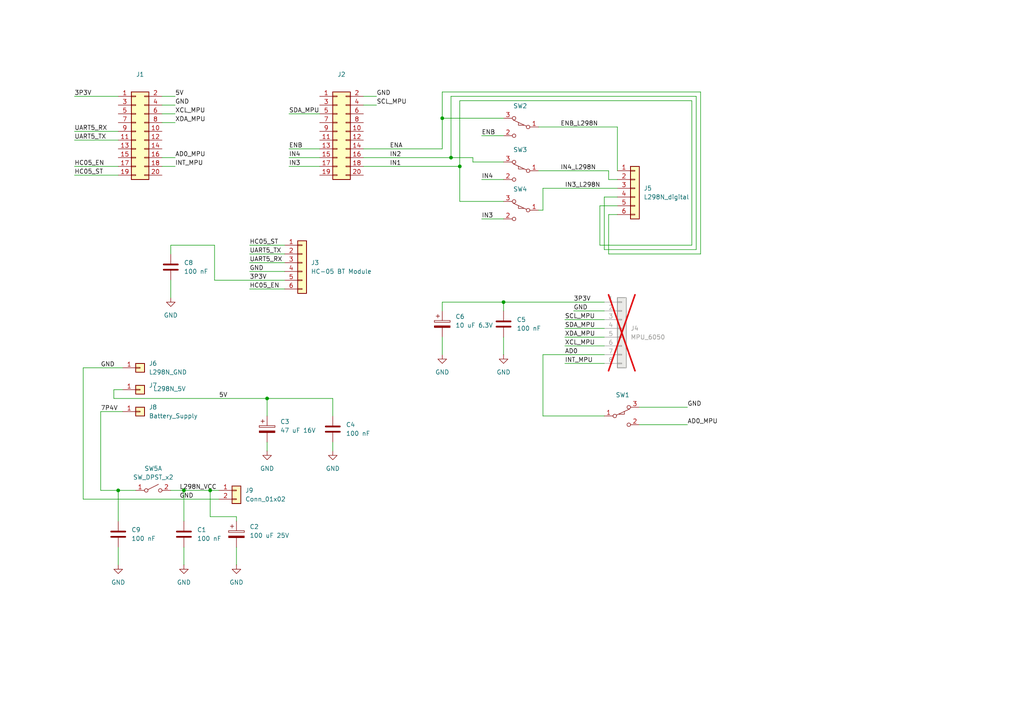
<source format=kicad_sch>
(kicad_sch (version 20250114) (generator "eeschema") (generator_version "9.0")
  (paper "A4")
  (lib_symbols
    (symbol "Conn_02x10_Odd_Even_1" (pin_names (offset 1.016) (hide yes))
      (property "Reference" "J1" (at 1.27 16.51 0))
      (symbol "Conn_02x10_Odd_Even_1_1_1"
        (rectangle (start -1.27 11.43) (end 3.81 -13.97) (stroke (width 0.254)) (fill (type background)))
        (rectangle (start -1.27 10.287) (end 0 10.033) (stroke (width 0.1524)))
        (rectangle (start -1.27 7.747) (end 0 7.493) (stroke (width 0.1524)))
        (rectangle (start -1.27 5.207) (end 0 4.953) (stroke (width 0.1524)))
        (rectangle (start -1.27 2.667) (end 0 2.413) (stroke (width 0.1524)))
        (rectangle (start -1.27 0.127) (end 0 -0.127) (stroke (width 0.1524)))
        (rectangle (start -1.27 -2.413) (end 0 -2.667) (stroke (width 0.1524)))
        (rectangle (start -1.27 -4.953) (end 0 -5.207) (stroke (width 0.1524)))
        (rectangle (start -1.27 -7.493) (end 0 -7.747) (stroke (width 0.1524)))
        (rectangle (start -1.27 -10.033) (end 0 -10.287) (stroke (width 0.1524)))
        (rectangle (start -1.27 -12.573) (end 0 -12.827) (stroke (width 0.1524)))
        (rectangle (start 3.81 10.287) (end 2.54 10.033) (stroke (width 0.1524)))
        (rectangle (start 3.81 7.747) (end 2.54 7.493) (stroke (width 0.1524)))
        (rectangle (start 3.81 5.207) (end 2.54 4.953) (stroke (width 0.1524)))
        (rectangle (start 3.81 2.667) (end 2.54 2.413) (stroke (width 0.1524)))
        (rectangle (start 3.81 0.127) (end 2.54 -0.127) (stroke (width 0.1524)))
        (rectangle (start 3.81 -2.413) (end 2.54 -2.667) (stroke (width 0.1524)))
        (rectangle (start 3.81 -4.953) (end 2.54 -5.207) (stroke (width 0.1524)))
        (rectangle (start 3.81 -7.493) (end 2.54 -7.747) (stroke (width 0.1524)))
        (rectangle (start 3.81 -10.033) (end 2.54 -10.287) (stroke (width 0.1524)))
        (rectangle (start 3.81 -12.573) (end 2.54 -12.827) (stroke (width 0.1524)))
        (pin power_out line (at -5.08 10.16 0) (length 3.81) (name "3.3V") (number "1"))
        (pin passive line (at -5.08 7.62 0) (length 3.81) (name "Pin_3") (number "3"))
        (pin passive line (at -5.08 5.08 0) (length 3.81) (name "Pin_5") (number "5"))
        (pin passive line (at -5.08 2.54 0) (length 3.81) (name "Pin_7") (number "7"))
        (pin passive line (at -5.08 0 0) (length 3.81) (name "PE4") (number "9"))
        (pin passive line (at -5.08 -2.54 0) (length 3.81) (name "PE5") (number "11"))
        (pin passive line (at -5.08 -5.08 0) (length 3.81) (name "Pin_13") (number "13"))
        (pin passive line (at -5.08 -7.62 0) (length 3.81) (name "Pin_15") (number "15"))
        (pin passive line (at -5.08 -10.16 0) (length 3.81) (name "PA6") (number "17"))
        (pin passive line (at -5.08 -12.7 0) (length 3.81) (name "PA7") (number "19"))
        (pin power_in line (at 7.62 10.16 180) (length 3.81) (name "VBUS") (number "2"))
        (pin passive line (at 7.62 7.62 180) (length 3.81) (name "GND") (number "4"))
        (pin passive line (at 7.62 5.08 180) (length 3.81) (name "Pin_6") (number "6"))
        (pin passive line (at 7.62 2.54 180) (length 3.81) (name "Pin_8") (number "8"))
        (pin passive line (at 7.62 0 180) (length 3.81) (name "Pin_10") (number "10"))
        (pin passive line (at 7.62 -2.54 180) (length 3.81) (name "Pin_12") (number "12"))
        (pin passive line (at 7.62 -5.08 180) (length 3.81) (name "Pin_14") (number "14"))
        (pin passive line (at 7.62 -7.62 180) (length 3.81) (name "Pin_16") (number "16"))
        (pin passive line (at 7.62 -10.16 180) (length 3.81) (name "Pin_18") (number "18"))
        (pin passive line (at 7.62 -12.7 180) (length 3.81) (name "Pin_20") (number "20"))
      )
    )
    (symbol "Connector_Generic:Conn_01x01" (pin_names (offset 1.016) (hide yes))
      (property "Reference" "J" (at 0 2.54 0))
      (property "Value" "Conn_01x01" (at 0 -2.54 0))
      (symbol "Conn_01x01_1_1"
        (rectangle (start -1.27 1.27) (end 1.27 -1.27) (stroke (width 0.254)) (fill (type background)))
        (rectangle (start -1.27 0.127) (end 0 -0.127) (stroke (width 0.1524)))
        (pin passive line (at -5.08 0 0) (length 3.81) (name "Pin_1") (number "1"))
      )
    )
    (symbol "Connector_Generic:Conn_01x02" (pin_names (offset 1.016) (hide yes))
      (property "Reference" "J" (at 0 2.54 0))
      (property "Value" "Conn_01x02" (at 0 -5.08 0))
      (symbol "Conn_01x02_1_1"
        (rectangle (start -1.27 1.27) (end 1.27 -3.81) (stroke (width 0.254)) (fill (type background)))
        (rectangle (start -1.27 0.127) (end 0 -0.127) (stroke (width 0.1524)))
        (rectangle (start -1.27 -2.413) (end 0 -2.667) (stroke (width 0.1524)))
        (pin passive line (at -5.08 0 0) (length 3.81) (name "Pin_1") (number "1"))
        (pin passive line (at -5.08 -2.54 0) (length 3.81) (name "Pin_2") (number "2"))
      )
    )
    (symbol "Connector_Generic:Conn_01x06" (pin_names (offset 1.016) (hide yes))
      (property "Reference" "J3" (at 2.54 0.0001 0))
      (property "Value" "HC-05 BT Module" (at 2.54 -2.5399 0))
      (symbol "Conn_01x06_1_1"
        (rectangle (start -1.27 6.35) (end 1.27 -8.89) (stroke (width 0.254)) (fill (type background)))
        (rectangle (start -1.27 5.207) (end 0 4.953) (stroke (width 0.1524)))
        (rectangle (start -1.27 2.667) (end 0 2.413) (stroke (width 0.1524)))
        (rectangle (start -1.27 0.127) (end 0 -0.127) (stroke (width 0.1524)))
        (rectangle (start -1.27 -2.413) (end 0 -2.667) (stroke (width 0.1524)))
        (rectangle (start -1.27 -4.953) (end 0 -5.207) (stroke (width 0.1524)))
        (rectangle (start -1.27 -7.493) (end 0 -7.747) (stroke (width 0.1524)))
        (pin passive line (at -5.08 5.08 0) (length 3.81) (name "STATE") (number "1"))
        (pin passive line (at -5.08 2.54 0) (length 3.81) (name "RXD") (number "2"))
        (pin passive line (at -5.08 0 0) (length 3.81) (name "TXD") (number "3"))
        (pin passive line (at -5.08 -2.54 0) (length 3.81) (name "GND") (number "4"))
        (pin passive line (at -5.08 -5.08 0) (length 3.81) (name "VCC") (number "5"))
        (pin passive line (at -5.08 -7.62 0) (length 3.81) (name "EN") (number "6"))
      )
    )
    (symbol "Connector_Generic:Conn_01x08" (pin_names (offset 1.016) (hide yes))
      (property "Reference" "J" (at 0 10.16 0))
      (property "Value" "Conn_01x08" (at 0 -12.7 0))
      (symbol "Conn_01x08_1_1"
        (rectangle (start -1.27 8.89) (end 1.27 -11.43) (stroke (width 0.254)) (fill (type background)))
        (rectangle (start -1.27 7.747) (end 0 7.493) (stroke (width 0.1524)))
        (rectangle (start -1.27 5.207) (end 0 4.953) (stroke (width 0.1524)))
        (rectangle (start -1.27 2.667) (end 0 2.413) (stroke (width 0.1524)))
        (rectangle (start -1.27 0.127) (end 0 -0.127) (stroke (width 0.1524)))
        (rectangle (start -1.27 -2.413) (end 0 -2.667) (stroke (width 0.1524)))
        (rectangle (start -1.27 -4.953) (end 0 -5.207) (stroke (width 0.1524)))
        (rectangle (start -1.27 -7.493) (end 0 -7.747) (stroke (width 0.1524)))
        (rectangle (start -1.27 -10.033) (end 0 -10.287) (stroke (width 0.1524)))
        (pin passive line (at -5.08 7.62 0) (length 3.81) (name "Pin_1") (number "1"))
        (pin passive line (at -5.08 5.08 0) (length 3.81) (name "Pin_2") (number "2"))
        (pin passive line (at -5.08 2.54 0) (length 3.81) (name "Pin_3") (number "3"))
        (pin passive line (at -5.08 0 0) (length 3.81) (name "Pin_4") (number "4"))
        (pin passive line (at -5.08 -2.54 0) (length 3.81) (name "Pin_5") (number "5"))
        (pin passive line (at -5.08 -5.08 0) (length 3.81) (name "Pin_6") (number "6"))
        (pin passive line (at -5.08 -7.62 0) (length 3.81) (name "Pin_7") (number "7"))
        (pin passive line (at -5.08 -10.16 0) (length 3.81) (name "Pin_8") (number "8"))
      )
    )
    (symbol "Connector_Generic:Conn_02x10_Odd_Even" (pin_names (offset 1.016) (hide yes))
      (property "Reference" "J" (at 1.27 12.7 0))
      (property "Value" "Conn_02x10_Odd_Even" (at 1.27 -15.24 0))
      (symbol "Conn_02x10_Odd_Even_1_1"
        (rectangle (start -1.27 11.43) (end 3.81 -13.97) (stroke (width 0.254)) (fill (type background)))
        (rectangle (start -1.27 10.287) (end 0 10.033) (stroke (width 0.1524)))
        (rectangle (start -1.27 7.747) (end 0 7.493) (stroke (width 0.1524)))
        (rectangle (start -1.27 5.207) (end 0 4.953) (stroke (width 0.1524)))
        (rectangle (start -1.27 2.667) (end 0 2.413) (stroke (width 0.1524)))
        (rectangle (start -1.27 0.127) (end 0 -0.127) (stroke (width 0.1524)))
        (rectangle (start -1.27 -2.413) (end 0 -2.667) (stroke (width 0.1524)))
        (rectangle (start -1.27 -4.953) (end 0 -5.207) (stroke (width 0.1524)))
        (rectangle (start -1.27 -7.493) (end 0 -7.747) (stroke (width 0.1524)))
        (rectangle (start -1.27 -10.033) (end 0 -10.287) (stroke (width 0.1524)))
        (rectangle (start -1.27 -12.573) (end 0 -12.827) (stroke (width 0.1524)))
        (rectangle (start 3.81 10.287) (end 2.54 10.033) (stroke (width 0.1524)))
        (rectangle (start 3.81 7.747) (end 2.54 7.493) (stroke (width 0.1524)))
        (rectangle (start 3.81 5.207) (end 2.54 4.953) (stroke (width 0.1524)))
        (rectangle (start 3.81 2.667) (end 2.54 2.413) (stroke (width 0.1524)))
        (rectangle (start 3.81 0.127) (end 2.54 -0.127) (stroke (width 0.1524)))
        (rectangle (start 3.81 -2.413) (end 2.54 -2.667) (stroke (width 0.1524)))
        (rectangle (start 3.81 -4.953) (end 2.54 -5.207) (stroke (width 0.1524)))
        (rectangle (start 3.81 -7.493) (end 2.54 -7.747) (stroke (width 0.1524)))
        (rectangle (start 3.81 -10.033) (end 2.54 -10.287) (stroke (width 0.1524)))
        (rectangle (start 3.81 -12.573) (end 2.54 -12.827) (stroke (width 0.1524)))
        (pin passive line (at -5.08 10.16 0) (length 3.81) (name "Pin_1") (number "1"))
        (pin passive line (at -5.08 7.62 0) (length 3.81) (name "Pin_3") (number "3"))
        (pin passive line (at -5.08 5.08 0) (length 3.81) (name "Pin_5") (number "5"))
        (pin passive line (at -5.08 2.54 0) (length 3.81) (name "Pin_7") (number "7"))
        (pin passive line (at -5.08 0 0) (length 3.81) (name "Pin_9") (number "9"))
        (pin passive line (at -5.08 -2.54 0) (length 3.81) (name "Pin_11") (number "11"))
        (pin passive line (at -5.08 -5.08 0) (length 3.81) (name "Pin_13") (number "13"))
        (pin passive line (at -5.08 -7.62 0) (length 3.81) (name "Pin_15") (number "15"))
        (pin passive line (at -5.08 -10.16 0) (length 3.81) (name "Pin_17") (number "17"))
        (pin passive line (at -5.08 -12.7 0) (length 3.81) (name "Pin_19") (number "19"))
        (pin passive line (at 7.62 10.16 180) (length 3.81) (name "Pin_2") (number "2"))
        (pin passive line (at 7.62 7.62 180) (length 3.81) (name "Pin_4") (number "4"))
        (pin passive line (at 7.62 5.08 180) (length 3.81) (name "Pin_6") (number "6"))
        (pin passive line (at 7.62 2.54 180) (length 3.81) (name "Pin_8") (number "8"))
        (pin passive line (at 7.62 0 180) (length 3.81) (name "Pin_10") (number "10"))
        (pin passive line (at 7.62 -2.54 180) (length 3.81) (name "Pin_12") (number "12"))
        (pin passive line (at 7.62 -5.08 180) (length 3.81) (name "Pin_14") (number "14"))
        (pin passive line (at 7.62 -7.62 180) (length 3.81) (name "Pin_16") (number "16"))
        (pin passive line (at 7.62 -10.16 180) (length 3.81) (name "Pin_18") (number "18"))
        (pin passive line (at 7.62 -12.7 180) (length 3.81) (name "Pin_20") (number "20"))
      )
    )
    (symbol "Device:C" (pin_numbers (hide yes)) (pin_names (offset 0.254))
      (property "Reference" "C" (at 0.635 2.54 0))
      (property "Value" "C" (at 0.635 -2.54 0))
      (symbol "C_0_1"
        (polyline (pts (xy -2.032 0.762) (xy 2.032 0.762)) (stroke (width 0.508)))
        (polyline (pts (xy -2.032 -0.762) (xy 2.032 -0.762)) (stroke (width 0.508)))
      )
      (symbol "C_1_1"
        (pin passive line (at 0 3.81 270) (length 2.794) (name "~") (number "1"))
        (pin passive line (at 0 -3.81 90) (length 2.794) (name "~") (number "2"))
      )
    )
    (symbol "Device:C_Polarized" (pin_numbers (hide yes)) (pin_names (offset 0.254))
      (property "Reference" "C" (at 0.635 2.54 0))
      (property "Value" "C_Polarized" (at 0.635 -2.54 0))
      (symbol "C_Polarized_0_1"
        (rectangle (start -2.286 0.508) (end 2.286 1.016))
        (polyline (pts (xy -1.778 2.286) (xy -0.762 2.286)))
        (polyline (pts (xy -1.27 2.794) (xy -1.27 1.778)))
        (rectangle (start 2.286 -0.508) (end -2.286 -1.016) (fill (type outline)))
      )
      (symbol "C_Polarized_1_1"
        (pin passive line (at 0 3.81 270) (length 2.794) (name "~") (number "1"))
        (pin passive line (at 0 -3.81 90) (length 2.794) (name "~") (number "2"))
      )
    )
    (symbol "Switch:SW_DPST_x2" (pin_names (offset 0) (hide yes))
      (property "Reference" "SW" (at 0 3.175 0))
      (property "Value" "SW_DPST_x2" (at 0 -2.54 0))
      (symbol "SW_DPST_x2_0_0"
        (circle (center -2.032 0) (radius 0.508))
        (polyline (pts (xy -1.524 0.254) (xy 1.524 1.778)))
        (circle (center 2.032 0) (radius 0.508))
      )
      (symbol "SW_DPST_x2_1_1"
        (pin passive line (at -5.08 0 0) (length 2.54) (name "A") (number "1"))
        (pin passive line (at 5.08 0 180) (length 2.54) (name "B") (number "2"))
      )
      (symbol "SW_DPST_x2_2_1"
        (pin passive line (at -5.08 0 0) (length 2.54) (name "A") (number "3"))
        (pin passive line (at 5.08 0 180) (length 2.54) (name "B") (number "4"))
      )
    )
    (symbol "Switch:SW_SPDT_XKB_DMx-xxxx-1" (pin_names (offset 0) (hide yes))
      (property "Reference" "SW" (at 0 4.318 0))
      (property "Value" "SW_SPDT_XKB_DMx-xxxx-1" (at 0 -5.588 0))
      (symbol "SW_SPDT_XKB_DMx-xxxx-1_1_1"
        (circle (center -2.032 0) (radius 0.508))
        (polyline (pts (xy -1.524 0.254) (xy 2.286 2.032)))
        (polyline (pts (xy -0.762 0.508) (xy 0.762 0.508) (xy 0.762 1.27)))
        (circle (center 2.032 2.54) (radius 0.508))
        (circle (center 2.032 -2.54) (radius 0.508))
        (pin passive line (at -5.08 0 0) (length 2.54) (name "A") (number "1"))
        (pin passive line (at 5.08 2.54 180) (length 2.54) (name "C") (number "3"))
        (pin passive line (at 5.08 -2.54 180) (length 2.54) (name "B") (number "2"))
      )
    )
    (symbol "power:GND" (power) (pin_numbers (hide yes)) (pin_names (offset 0) (hide yes))
      (property "Value" "GND" (at 0 -3.81 0))
      (symbol "GND_0_1"
        (polyline (pts (xy 0 0) (xy 0 -1.27) (xy 1.27 -1.27) (xy 0 -2.54) (xy -1.27 -1.27) (xy 0 -1.27)))
      )
      (symbol "GND_1_1"
        (pin power_in line (at 0 0 270) (length 0) (name "~") (number "1"))
      )
    )
  )
  (junction (at 77.47 115.57))
  (junction (at 146.05 87.63))
  (junction (at 34.29 142.24))
  (junction (at 130.81 45.72))
  (junction (at 128.27 34.29))
  (junction (at 53.34 142.24))
  (junction (at 60.96 142.24))
  (junction (at 133.35 48.26))
  (wire (pts (xy 62.23 71.12) (xy 49.53 71.12)))
  (wire (pts (xy 157.48 60.96) (xy 157.48 54.61)))
  (wire (pts (xy 146.05 87.63) (xy 175.26 87.63)))
  (wire (pts (xy 46.99 48.26) (xy 50.8 48.26)))
  (wire (pts (xy 139.7 63.5) (xy 146.05 63.5)))
  (wire (pts (xy 34.29 142.24) (xy 39.37 142.24)))
  (wire (pts (xy 21.59 48.26) (xy 34.29 48.26)))
  (wire (pts (xy 176.53 52.07) (xy 179.07 52.07)))
  (wire (pts (xy 200.66 71.12) (xy 200.66 29.21)))
  (wire (pts (xy 175.26 57.15) (xy 175.26 72.39)))
  (wire (pts (xy 34.29 142.24) (xy 34.29 151.13)))
  (wire (pts (xy 49.53 73.66) (xy 49.53 71.12)))
  (wire (pts (xy 173.99 59.69) (xy 173.99 71.12)))
  (wire (pts (xy 53.34 158.75) (xy 53.34 163.83)))
  (wire (pts (xy 201.93 27.94) (xy 201.93 72.39)))
  (wire (pts (xy 83.82 45.72) (xy 92.71 45.72)))
  (wire (pts (xy 96.52 128.27) (xy 96.52 130.81)))
  (wire (pts (xy 130.81 27.94) (xy 201.93 27.94)))
  (wire (pts (xy 163.83 95.25) (xy 175.26 95.25)))
  (wire (pts (xy 72.39 76.2) (xy 82.55 76.2)))
  (wire (pts (xy 105.41 45.72) (xy 130.81 45.72)))
  (wire (pts (xy 128.27 26.67) (xy 203.2 26.67)))
  (wire (pts (xy 179.07 36.83) (xy 179.07 49.53)))
  (wire (pts (xy 46.99 45.72) (xy 50.8 45.72)))
  (wire (pts (xy 146.05 90.17) (xy 146.05 87.63)))
  (wire (pts (xy 203.2 26.67) (xy 203.2 73.66)))
  (wire (pts (xy 200.66 29.21) (xy 133.35 29.21)))
  (wire (pts (xy 163.83 100.33) (xy 175.26 100.33)))
  (wire (pts (xy 50.8 27.94) (xy 46.99 27.94)))
  (wire (pts (xy 173.99 71.12) (xy 200.66 71.12)))
  (wire (pts (xy 68.58 158.75) (xy 68.58 163.83)))
  (wire (pts (xy 60.96 149.86) (xy 60.96 142.24)))
  (wire (pts (xy 163.83 105.41) (xy 175.26 105.41)))
  (wire (pts (xy 83.82 48.26) (xy 92.71 48.26)))
  (wire (pts (xy 72.39 71.12) (xy 82.55 71.12)))
  (wire (pts (xy 46.99 33.02) (xy 50.8 33.02)))
  (wire (pts (xy 21.59 50.8) (xy 34.29 50.8)))
  (wire (pts (xy 128.27 97.79) (xy 128.27 102.87)))
  (wire (pts (xy 33.02 115.57) (xy 33.02 113.03)))
  (wire (pts (xy 176.53 73.66) (xy 176.53 62.23)))
  (wire (pts (xy 146.05 46.99) (xy 137.16 46.99)))
  (wire (pts (xy 29.21 119.38) (xy 29.21 142.24)))
  (wire (pts (xy 62.23 81.28) (xy 62.23 71.12)))
  (wire (pts (xy 203.2 73.66) (xy 176.53 73.66)))
  (wire (pts (xy 68.58 151.13) (xy 68.58 149.86)))
  (wire (pts (xy 83.82 33.02) (xy 92.71 33.02)))
  (wire (pts (xy 139.7 39.37) (xy 146.05 39.37)))
  (wire (pts (xy 68.58 149.86) (xy 60.96 149.86)))
  (wire (pts (xy 175.26 57.15) (xy 179.07 57.15)))
  (wire (pts (xy 49.53 142.24) (xy 53.34 142.24)))
  (wire (pts (xy 72.39 73.66) (xy 82.55 73.66)))
  (wire (pts (xy 53.34 142.24) (xy 60.96 142.24)))
  (wire (pts (xy 156.21 60.96) (xy 157.48 60.96)))
  (wire (pts (xy 49.53 81.28) (xy 49.53 86.36)))
  (wire (pts (xy 139.7 52.07) (xy 146.05 52.07)))
  (wire (pts (xy 96.52 115.57) (xy 96.52 120.65)))
  (wire (pts (xy 34.29 158.75) (xy 34.29 163.83)))
  (wire (pts (xy 128.27 43.18) (xy 128.27 34.29)))
  (wire (pts (xy 77.47 115.57) (xy 96.52 115.57)))
  (wire (pts (xy 185.42 123.19) (xy 199.39 123.19)))
  (wire (pts (xy 29.21 119.38) (xy 35.56 119.38)))
  (wire (pts (xy 105.41 48.26) (xy 133.35 48.26)))
  (wire (pts (xy 128.27 90.17) (xy 128.27 87.63)))
  (wire (pts (xy 77.47 128.27) (xy 77.47 130.81)))
  (wire (pts (xy 83.82 43.18) (xy 92.71 43.18)))
  (wire (pts (xy 185.42 118.11) (xy 199.39 118.11)))
  (wire (pts (xy 33.02 113.03) (xy 35.56 113.03)))
  (wire (pts (xy 176.53 62.23) (xy 179.07 62.23)))
  (wire (pts (xy 105.41 27.94) (xy 109.22 27.94)))
  (wire (pts (xy 166.37 90.17) (xy 175.26 90.17)))
  (wire (pts (xy 156.21 36.83) (xy 179.07 36.83)))
  (wire (pts (xy 33.02 115.57) (xy 77.47 115.57)))
  (wire (pts (xy 156.21 49.53) (xy 176.53 49.53)))
  (wire (pts (xy 29.21 142.24) (xy 34.29 142.24)))
  (wire (pts (xy 77.47 115.57) (xy 77.47 120.65)))
  (wire (pts (xy 133.35 29.21) (xy 133.35 48.26)))
  (wire (pts (xy 201.93 72.39) (xy 175.26 72.39)))
  (wire (pts (xy 46.99 35.56) (xy 50.8 35.56)))
  (wire (pts (xy 130.81 45.72) (xy 130.81 27.94)))
  (wire (pts (xy 157.48 102.87) (xy 175.26 102.87)))
  (wire (pts (xy 21.59 27.94) (xy 34.29 27.94)))
  (wire (pts (xy 24.13 144.78) (xy 24.13 106.68)))
  (wire (pts (xy 105.41 30.48) (xy 109.22 30.48)))
  (wire (pts (xy 62.23 81.28) (xy 82.55 81.28)))
  (wire (pts (xy 60.96 142.24) (xy 63.5 142.24)))
  (wire (pts (xy 128.27 34.29) (xy 128.27 26.67)))
  (wire (pts (xy 72.39 78.74) (xy 82.55 78.74)))
  (wire (pts (xy 105.41 43.18) (xy 128.27 43.18)))
  (wire (pts (xy 24.13 106.68) (xy 35.56 106.68)))
  (wire (pts (xy 128.27 87.63) (xy 146.05 87.63)))
  (wire (pts (xy 146.05 97.79) (xy 146.05 102.87)))
  (wire (pts (xy 24.13 144.78) (xy 63.5 144.78)))
  (wire (pts (xy 128.27 34.29) (xy 146.05 34.29)))
  (wire (pts (xy 163.83 92.71) (xy 175.26 92.71)))
  (wire (pts (xy 157.48 120.65) (xy 175.26 120.65)))
  (wire (pts (xy 137.16 45.72) (xy 130.81 45.72)))
  (wire (pts (xy 46.99 30.48) (xy 50.8 30.48)))
  (wire (pts (xy 137.16 46.99) (xy 137.16 45.72)))
  (wire (pts (xy 133.35 58.42) (xy 133.35 48.26)))
  (wire (pts (xy 146.05 58.42) (xy 133.35 58.42)))
  (wire (pts (xy 53.34 151.13) (xy 53.34 142.24)))
  (wire (pts (xy 157.48 54.61) (xy 179.07 54.61)))
  (wire (pts (xy 21.59 40.64) (xy 34.29 40.64)))
  (wire (pts (xy 21.59 38.1) (xy 34.29 38.1)))
  (wire (pts (xy 176.53 49.53) (xy 176.53 52.07)))
  (wire (pts (xy 163.83 97.79) (xy 175.26 97.79)))
  (wire (pts (xy 157.48 102.87) (xy 157.48 120.65)))
  (wire (pts (xy 173.99 59.69) (xy 179.07 59.69)))
  (wire (pts (xy 72.39 83.82) (xy 82.55 83.82)))
  (label "GND" (at 52.07 144.78 0))
  (label "IN4" (at 139.7 52.07 0))
  (label "IN4_L298N" (at 162.56 49.53 0))
  (label "GND" (at 29.21 106.68 0))
  (label "SDA_MPU" (at 83.82 33.02 0))
  (label "ENA" (at 113.03 43.18 0))
  (label "SCL_MPU" (at 163.83 92.71 0))
  (label "ENB" (at 139.7 39.37 0))
  (label "SCL_MPU" (at 109.22 30.48 0))
  (label "ENB" (at 83.82 43.18 0))
  (label "HC05_ST" (at 72.39 71.12 0))
  (label "3P3V" (at 21.59 27.94 0))
  (label "GND" (at 166.37 90.17 0))
  (label "UART5_RX" (at 21.59 38.1 0))
  (label "UART5_TX" (at 72.39 73.66 0))
  (label "XCL_MPU" (at 50.8 33.02 0))
  (label "5V" (at 63.5 115.57 0))
  (label "XCL_MPU" (at 163.83 100.33 0))
  (label "IN4" (at 83.82 45.72 0))
  (label "IN2" (at 113.03 45.72 0))
  (label "GND" (at 199.39 118.11 0))
  (label "HC05_EN" (at 21.59 48.26 0))
  (label "HC05_ST" (at 21.59 50.8 0))
  (label "GND" (at 109.22 27.94 0))
  (label "7P4V" (at 29.21 119.38 0))
  (label "INT_MPU" (at 163.83 105.41 0))
  (label "GND" (at 72.39 78.74 0))
  (label "UART5_RX" (at 72.39 76.2 0))
  (label "INT_MPU" (at 50.8 48.26 0))
  (label "SDA_MPU" (at 163.83 95.25 0))
  (label "UART5_TX" (at 21.59 40.64 0))
  (label "L298N_VCC" (at 52.07 142.24 0))
  (label "3P3V" (at 72.39 81.28 0))
  (label "XDA_MPU" (at 50.8 35.56 0))
  (label "AD0" (at 163.83 102.87 0))
  (label "IN3" (at 83.82 48.26 0))
  (label "AD0_MPU" (at 199.39 123.19 0))
  (label "IN3_L298N" (at 163.83 54.61 0))
  (label "ENB_L298N" (at 162.56 36.83 0))
  (label "AD0_MPU" (at 50.8 45.72 0))
  (label "GND" (at 50.8 30.48 0))
  (label "XDA_MPU" (at 163.83 97.79 0))
  (label "IN1" (at 113.03 48.26 0))
  (label "5V" (at 50.8 27.94 0))
  (label "HC05_EN" (at 72.39 83.82 0))
  (label "IN3" (at 139.7 63.5 0))
  (label "3P3V" (at 166.37 87.63 0))
  (symbol (lib_id "Connector_Generic:Conn_01x08") (at 180.34 95.25 0) (unit 1) (dnp yes)
    (property "Reference" "J4" (at 182.88 95.2499 0) (effects (justify left)))
    (property "Value" "MPU_6050" (at 182.88 97.7899 0) (effects (justify left)))
    (property "Footprint" "Connector_PinHeader_2.54mm:PinHeader_1x08_P2.54mm_Vertical" (effects (hide yes)))
    (property "Description" "Generic connector, single row, 01x08, script generated (kicad-library-utils/schlib/autogen/connector/)" (effects (hide yes)))
  )
  (symbol (lib_id "Connector_Generic:Conn_01x01") (at 40.64 113.03 0) (unit 1)
    (property "Reference" "J7" (at 43.18 111.7599 0) (effects (justify left)))
    (property "Value" "L298N_5V" (at 44.45 112.776 0) (effects (justify left)))
    (property "Footprint" "TestPoint:TestPoint_THTPad_D2.5mm_Drill1.2mm" (effects (hide yes)))
    (property "Description" "Generic connector, single row, 01x01, script generated (kicad-library-utils/schlib/autogen/connector/)" (effects (hide yes)))
  )
  (symbol (lib_id "power:GND") (at 96.52 130.81 0) (unit 1)
    (property "Reference" "#PWR04" (effects (hide yes)))
    (property "Value" "GND" (at 96.52 135.89 0))
    (property "Description" "Power symbol creates a global label with name \"GND\" , ground" (effects (hide yes)))
  )
  (symbol (lib_id "Connector_Generic:Conn_01x06") (at 87.63 76.2 0) (unit 1)
    (property "Reference" "J3" (at 90.17 76.1999 0) (effects (justify left)))
    (property "Value" "HC-05 BT Module" (at 90.17 78.7399 0) (effects (justify left)))
    (property "Footprint" "Connector_PinHeader_2.54mm:PinHeader_1x06_P2.54mm_Vertical" (effects (hide yes)))
    (property "Description" "Generic connector, single row, 01x06, script generated (kicad-library-utils/schlib/autogen/connector/)" (effects (hide yes)))
  )
  (symbol (lib_id "power:GND") (at 49.53 86.36 0) (unit 1)
    (property "Reference" "#PWR08" (effects (hide yes)))
    (property "Value" "GND" (at 49.53 91.44 0))
    (property "Description" "Power symbol creates a global label with name \"GND\" , ground" (effects (hide yes)))
  )
  (symbol (lib_id "Connector_Generic:Conn_02x10_Odd_Even") (at 97.79 38.1 0) (unit 1)
    (property "Reference" "J2" (at 99.06 21.59 0))
    (property "Value" "Conn_02x10_Odd_Even" (effects (hide yes)))
    (property "Footprint" "Connector_PinHeader_2.54mm:PinHeader_2x10_P2.54mm_Vertical" (effects (hide yes)))
    (property "Description" "Generic connector, double row, 02x10, odd/even pin numbering scheme (row 1 odd numbers, row 2 even numbers), script generated (kicad-library-utils/schlib/autogen/connector/)" (effects (hide yes)))
  )
  (symbol (lib_id "Device:C") (at 96.52 124.46 0) (unit 1)
    (property "Reference" "C4" (at 100.33 123.1899 0) (effects (justify left)))
    (property "Value" "100 nF" (at 100.33 125.7299 0) (effects (justify left)))
    (property "Footprint" "Capacitor_SMD:C_0603_1608Metric_Pad1.08x0.95mm_HandSolder" (effects (hide yes)))
    (property "Description" "Unpolarized capacitor" (effects (hide yes)))
  )
  (symbol (lib_id "power:GND") (at 34.29 163.83 0) (unit 1)
    (property "Reference" "#PWR09" (effects (hide yes)))
    (property "Value" "GND" (at 34.29 168.91 0))
    (property "Description" "Power symbol creates a global label with name \"GND\" , ground" (effects (hide yes)))
  )
  (symbol (lib_id "power:GND") (at 128.27 102.87 0) (unit 1)
    (property "Reference" "#PWR06" (effects (hide yes)))
    (property "Value" "GND" (at 128.27 107.95 0))
    (property "Description" "Power symbol creates a global label with name \"GND\" , ground" (effects (hide yes)))
  )
  (symbol (lib_id "power:GND") (at 146.05 102.87 0) (unit 1)
    (property "Reference" "#PWR05" (effects (hide yes)))
    (property "Value" "GND" (at 146.05 107.95 0))
    (property "Description" "Power symbol creates a global label with name \"GND\" , ground" (effects (hide yes)))
  )
  (symbol (lib_id "Switch:SW_DPST_x2") (at 44.45 142.24 0) (unit 1)
    (property "Reference" "SW5" (at 44.45 135.89 0))
    (property "Value" "SW_DPST_x2" (at 44.45 138.43 0))
    (property "Footprint" "Button_Switch_SMD:SW_DIP_SPSTx01_Slide_Copal_CHS-01A_W5.08mm_P1.27mm_JPin" (effects (hide yes)))
    (property "Description" "Single Pole Single Throw (SPST) switch, separate symbol" (effects (hide yes)))
  )
  (symbol (lib_id "Connector_Generic:Conn_01x06") (at 184.15 54.61 0) (unit 1)
    (property "Reference" "J5" (at 186.69 54.6099 0) (effects (justify left)))
    (property "Value" "L298N_digital" (at 186.69 57.1499 0) (effects (justify left)))
    (property "Footprint" "Connector_PinHeader_2.54mm:PinHeader_1x06_P2.54mm_Vertical" (effects (hide yes)))
    (property "Description" "Generic connector, single row, 01x06, script generated (kicad-library-utils/schlib/autogen/connector/)" (effects (hide yes)))
  )
  (symbol (lib_id "Switch:SW_SPDT_XKB_DMx-xxxx-1") (at 151.13 60.96 0) (mirror y) (unit 1)
    (property "Reference" "SW4" (at 150.876 54.864 0))
    (property "Value" "SW_SPDT_XKB_DMx-xxxx-1" (effects (hide yes)))
    (property "Footprint" "Button_Switch_SMD:SW_SPDT_CK_JS102011SAQN" (effects (hide yes)))
    (property "Description" "Position switch" (effects (hide yes)))
  )
  (symbol (lib_id "Device:C_Polarized") (at 68.58 154.94 0) (unit 1)
    (property "Reference" "C2" (at 72.39 152.7809 0) (effects (justify left)))
    (property "Value" "100 uF 25V" (at 72.39 155.3209 0) (effects (justify left)))
    (property "Footprint" "Capacitor_SMD:CP_Elec_6.3x5.4" (effects (hide yes)))
    (property "Description" "Polarized capacitor" (effects (hide yes)))
  )
  (symbol (lib_name "Conn_02x10_Odd_Even_1") (lib_id "Connector_Generic:Conn_02x10_Odd_Even") (at 39.37 38.1 0) (unit 1)
    (property "Reference" "J1" (at 40.64 21.59 0))
    (property "Value" "Conn_02x10_Odd_Even" (effects (hide yes)))
    (property "Footprint" "Connector_PinHeader_2.54mm:PinHeader_2x10_P2.54mm_Vertical" (effects (hide yes)))
    (property "Description" "Generic connector, double row, 02x10, odd/even pin numbering scheme (row 1 odd numbers, row 2 even numbers), script generated (kicad-library-utils/schlib/autogen/connector/)" (effects (hide yes)))
  )
  (symbol (lib_id "Switch:SW_SPDT_XKB_DMx-xxxx-1") (at 180.34 120.65 0) (unit 1)
    (property "Reference" "SW1" (at 180.594 114.554 0))
    (property "Value" "SW_SPDT_XKB_DMx-xxxx-1" (effects (hide yes)))
    (property "Footprint" "Button_Switch_SMD:SW_SPDT_CK_JS102011SAQN" (effects (hide yes)))
    (property "Description" "Position switch" (effects (hide yes)))
  )
  (symbol (lib_id "Connector_Generic:Conn_01x01") (at 40.64 106.68 0) (unit 1)
    (property "Reference" "J6" (at 43.18 105.4099 0) (effects (justify left)))
    (property "Value" "L298N_GND" (at 43.18 107.9499 0) (effects (justify left)))
    (property "Footprint" "TestPoint:TestPoint_THTPad_D2.5mm_Drill1.2mm" (effects (hide yes)))
    (property "Description" "Generic connector, single row, 01x01, script generated (kicad-library-utils/schlib/autogen/connector/)" (effects (hide yes)))
  )
  (symbol (lib_id "Connector_Generic:Conn_01x02") (at 68.58 142.24 0) (unit 1)
    (property "Reference" "J9" (at 71.12 142.2399 0) (effects (justify left)))
    (property "Value" "Conn_01x02" (at 71.12 144.7799 0) (effects (justify left)))
    (property "Footprint" "Connector_PinHeader_2.54mm:PinHeader_1x02_P2.54mm_Vertical" (effects (hide yes)))
    (property "Description" "Generic connector, single row, 01x02, script generated (kicad-library-utils/schlib/autogen/connector/)" (effects (hide yes)))
  )
  (symbol (lib_id "power:GND") (at 53.34 163.83 0) (unit 1)
    (property "Reference" "#PWR02" (effects (hide yes)))
    (property "Value" "GND" (at 53.34 168.91 0))
    (property "Description" "Power symbol creates a global label with name \"GND\" , ground" (effects (hide yes)))
  )
  (symbol (lib_id "Device:C") (at 34.29 154.94 0) (unit 1)
    (property "Reference" "C9" (at 38.1 153.6699 0) (effects (justify left)))
    (property "Value" "100 nF" (at 38.1 156.2099 0) (effects (justify left)))
    (property "Footprint" "Capacitor_SMD:C_0603_1608Metric_Pad1.08x0.95mm_HandSolder" (effects (hide yes)))
    (property "Description" "Unpolarized capacitor" (effects (hide yes)))
  )
  (symbol (lib_id "power:GND") (at 77.47 130.81 0) (unit 1)
    (property "Reference" "#PWR03" (effects (hide yes)))
    (property "Value" "GND" (at 77.47 135.89 0))
    (property "Description" "Power symbol creates a global label with name \"GND\" , ground" (effects (hide yes)))
  )
  (symbol (lib_id "Device:C") (at 49.53 77.47 0) (unit 1)
    (property "Reference" "C8" (at 53.34 76.1999 0) (effects (justify left)))
    (property "Value" "100 nF" (at 53.34 78.7399 0) (effects (justify left)))
    (property "Footprint" "Capacitor_SMD:C_0603_1608Metric_Pad1.08x0.95mm_HandSolder" (effects (hide yes)))
    (property "Description" "Unpolarized capacitor" (effects (hide yes)))
  )
  (symbol (lib_id "Device:C_Polarized") (at 77.47 124.46 0) (unit 1)
    (property "Reference" "C3" (at 81.28 122.3009 0) (effects (justify left)))
    (property "Value" "47 uF 16V" (at 81.28 124.8409 0) (effects (justify left)))
    (property "Footprint" "Capacitor_SMD:CP_Elec_6.3x5.7" (effects (hide yes)))
    (property "Description" "Polarized capacitor" (effects (hide yes)))
  )
  (symbol (lib_id "Device:C_Polarized") (at 128.27 93.98 0) (unit 1)
    (property "Reference" "C6" (at 132.08 91.8209 0) (effects (justify left)))
    (property "Value" "10 uF 6.3V" (at 132.08 94.3609 0) (effects (justify left)))
    (property "Footprint" "Capacitor_SMD:CP_Elec_6.3x5.7" (effects (hide yes)))
    (property "Description" "Polarized capacitor" (effects (hide yes)))
  )
  (symbol (lib_id "Connector_Generic:Conn_01x01") (at 40.64 119.38 0) (unit 1)
    (property "Reference" "J8" (at 43.18 118.1099 0) (effects (justify left)))
    (property "Value" "Battery_Supply" (at 43.18 120.6499 0) (effects (justify left)))
    (property "Footprint" "TestPoint:TestPoint_THTPad_D2.5mm_Drill1.2mm" (effects (hide yes)))
    (property "Description" "Generic connector, single row, 01x01, script generated (kicad-library-utils/schlib/autogen/connector/)" (effects (hide yes)))
  )
  (symbol (lib_id "Device:C") (at 146.05 93.98 0) (unit 1)
    (property "Reference" "C5" (at 149.86 92.7099 0) (effects (justify left)))
    (property "Value" "100 nF" (at 149.86 95.2499 0) (effects (justify left)))
    (property "Footprint" "Capacitor_SMD:C_0603_1608Metric_Pad1.08x0.95mm_HandSolder" (effects (hide yes)))
    (property "Description" "Unpolarized capacitor" (effects (hide yes)))
  )
  (symbol (lib_id "Device:C") (at 53.34 154.94 0) (unit 1)
    (property "Reference" "C1" (at 57.15 153.6699 0) (effects (justify left)))
    (property "Value" "100 nF" (at 57.15 156.2099 0) (effects (justify left)))
    (property "Footprint" "Capacitor_SMD:C_0603_1608Metric_Pad1.08x0.95mm_HandSolder" (effects (hide yes)))
    (property "Description" "Unpolarized capacitor" (effects (hide yes)))
  )
  (symbol (lib_id "Switch:SW_SPDT_XKB_DMx-xxxx-1") (at 151.13 49.53 0) (mirror y) (unit 1)
    (property "Reference" "SW3" (at 150.876 43.434 0))
    (property "Value" "SW_SPDT_XKB_DMx-xxxx-1" (effects (hide yes)))
    (property "Footprint" "Button_Switch_SMD:SW_SPDT_CK_JS102011SAQN" (effects (hide yes)))
    (property "Description" "Position switch" (effects (hide yes)))
  )
  (symbol (lib_id "power:GND") (at 68.58 163.83 0) (unit 1)
    (property "Reference" "#PWR01" (effects (hide yes)))
    (property "Value" "GND" (at 68.58 168.91 0))
    (property "Description" "Power symbol creates a global label with name \"GND\" , ground" (effects (hide yes)))
  )
  (symbol (lib_id "Switch:SW_SPDT_XKB_DMx-xxxx-1") (at 151.13 36.83 0) (mirror y) (unit 1)
    (property "Reference" "SW2" (at 150.876 30.734 0))
    (property "Value" "SW_SPDT_XKB_DMx-xxxx-1" (effects (hide yes)))
    (property "Footprint" "Button_Switch_SMD:SW_SPDT_CK_JS102011SAQN" (effects (hide yes)))
    (property "Description" "Position switch" (effects (hide yes)))
  )
)
</source>
